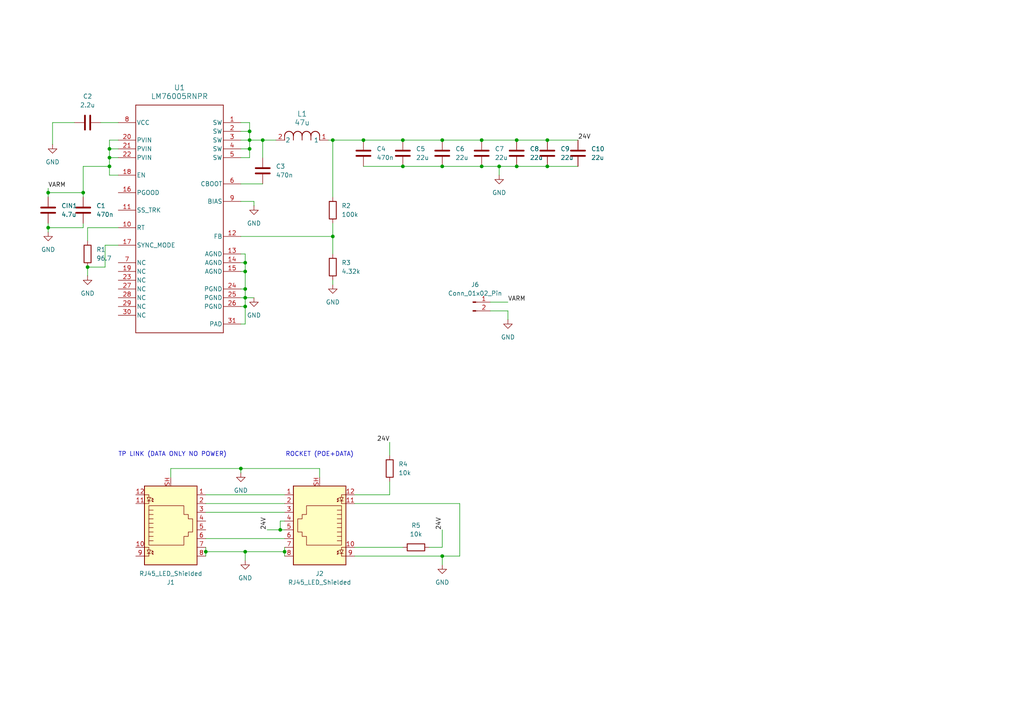
<source format=kicad_sch>
(kicad_sch (version 20231120) (generator "eeschema") (generator_version "8.0")
  (paper "A4")
  (lib_symbols
    (symbol "2024-08-24_21-10-46:LM76005RNPR" (pin_names (offset 0.254))
      (property "Reference" "U" (at 0 2.54 0))
      (property "Value" "LM76005RNPR" (at 0 0 0))
      (symbol "LM76005RNPR_0_1"
        (polyline (pts (xy -12.7 -30.48) (xy 12.7 -30.48)) (stroke (width 0.2032)))
        (polyline (pts (xy -12.7 35.56) (xy -12.7 -30.48)) (stroke (width 0.2032)))
        (polyline (pts (xy 12.7 -30.48) (xy 12.7 35.56)) (stroke (width 0.2032)))
        (polyline (pts (xy 12.7 35.56) (xy -12.7 35.56)) (stroke (width 0.2032)))
        (pin power_in line (at 17.78 30.48 180) (length 5.08) (name "SW") (number "1"))
        (pin input line (at -17.78 0 0) (length 5.08) (name "RT") (number "10"))
        (pin input line (at -17.78 5.08 0) (length 5.08) (name "SS_TRK") (number "11"))
        (pin input line (at 17.78 -2.54 180) (length 5.08) (name "FB") (number "12"))
        (pin power_in line (at 17.78 -7.62 180) (length 5.08) (name "AGND") (number "13"))
        (pin power_in line (at 17.78 -10.16 180) (length 5.08) (name "AGND") (number "14"))
        (pin power_in line (at 17.78 -12.7 180) (length 5.08) (name "AGND") (number "15"))
        (pin open_collector line (at -17.78 10.16 0) (length 5.08) (name "PGOOD") (number "16"))
        (pin input line (at -17.78 -5.08 0) (length 5.08) (name "SYNC_MODE") (number "17"))
        (pin input line (at -17.78 15.24 0) (length 5.08) (name "EN") (number "18"))
        (pin unspecified line (at -17.78 -12.7 0) (length 5.08) (name "NC") (number "19"))
        (pin power_in line (at 17.78 27.94 180) (length 5.08) (name "SW") (number "2"))
        (pin power_in line (at -17.78 25.4 0) (length 5.08) (name "PVIN") (number "20"))
        (pin power_in line (at -17.78 22.86 0) (length 5.08) (name "PVIN") (number "21"))
        (pin power_in line (at -17.78 20.32 0) (length 5.08) (name "PVIN") (number "22"))
        (pin unspecified line (at -17.78 -15.24 0) (length 5.08) (name "NC") (number "23"))
        (pin power_in line (at 17.78 -17.78 180) (length 5.08) (name "PGND") (number "24"))
        (pin power_in line (at 17.78 -20.32 180) (length 5.08) (name "PGND") (number "25"))
        (pin power_in line (at 17.78 -22.86 180) (length 5.08) (name "PGND") (number "26"))
        (pin unspecified line (at -17.78 -17.78 0) (length 5.08) (name "NC") (number "27"))
        (pin unspecified line (at -17.78 -20.32 0) (length 5.08) (name "NC") (number "28"))
        (pin unspecified line (at -17.78 -22.86 0) (length 5.08) (name "NC") (number "29"))
        (pin power_in line (at 17.78 25.4 180) (length 5.08) (name "SW") (number "3"))
        (pin unspecified line (at -17.78 -25.4 0) (length 5.08) (name "NC") (number "30"))
        (pin power_in line (at 17.78 -27.94 180) (length 5.08) (name "PAD") (number "31"))
        (pin power_in line (at 17.78 22.86 180) (length 5.08) (name "SW") (number "4"))
        (pin power_in line (at 17.78 20.32 180) (length 5.08) (name "SW") (number "5"))
        (pin power_in line (at 17.78 12.7 180) (length 5.08) (name "CBOOT") (number "6"))
        (pin unspecified line (at -17.78 -10.16 0) (length 5.08) (name "NC") (number "7"))
        (pin power_in line (at -17.78 30.48 0) (length 5.08) (name "VCC") (number "8"))
        (pin unspecified line (at 17.78 7.62 180) (length 5.08) (name "BIAS") (number "9"))
      )
    )
    (symbol "2024-09-03_22-19-47:IHLP6767DZER470M11" (pin_names (offset 0.254))
      (property "Reference" "L" (at 6.985 5.08 0))
      (property "Value" "IHLP6767DZER470M11" (at 6.985 -2.54 0))
      (symbol "IHLP6767DZER470M11_1_1"
        (polyline (pts (xy 2.54 0) (xy 2.54 1.27)) (stroke (width 0.2032)))
        (polyline (pts (xy 5.08 0) (xy 5.08 1.27)) (stroke (width 0.2032)))
        (polyline (pts (xy 7.62 0) (xy 7.62 1.27)) (stroke (width 0.2032)))
        (polyline (pts (xy 10.16 0) (xy 10.16 1.27)) (stroke (width 0.2032)))
        (polyline (pts (xy 12.7 0) (xy 12.7 1.27)) (stroke (width 0.2032)))
        (arc (start 5.08 1.27) (mid 3.81 2.5344) (end 2.54 1.27) (stroke (width 0.254)))
        (arc (start 7.62 1.27) (mid 6.35 2.5344) (end 5.08 1.27) (stroke (width 0.254)))
        (arc (start 10.16 1.27) (mid 8.89 2.5344) (end 7.62 1.27) (stroke (width 0.254)))
        (arc (start 12.7 1.27) (mid 11.43 2.5344) (end 10.16 1.27) (stroke (width 0.254)))
        (pin unspecified line (at 15.24 0 180) (length 2.54) (name "1") (number "1"))
        (pin unspecified line (at 0 0 0) (length 2.54) (name "2") (number "2"))
      )
      (symbol "IHLP6767DZER470M11_1_2"
        (arc (start -1.27 5.08) (mid -2.5344 3.81) (end -1.27 2.54) (stroke (width 0.254)))
        (arc (start -1.27 7.62) (mid -2.5344 6.35) (end -1.27 5.08) (stroke (width 0.254)))
        (arc (start -1.27 10.16) (mid -2.5344 8.89) (end -1.27 7.62) (stroke (width 0.254)))
        (arc (start -1.27 12.7) (mid -2.5344 11.43) (end -1.27 10.16) (stroke (width 0.254)))
        (polyline (pts (xy 0 2.54) (xy -1.27 2.54)) (stroke (width 0.2032)))
        (polyline (pts (xy 0 5.08) (xy -1.27 5.08)) (stroke (width 0.2032)))
        (polyline (pts (xy 0 7.62) (xy -1.27 7.62)) (stroke (width 0.2032)))
        (polyline (pts (xy 0 10.16) (xy -1.27 10.16)) (stroke (width 0.2032)))
        (polyline (pts (xy 0 12.7) (xy -1.27 12.7)) (stroke (width 0.2032)))
        (pin unspecified line (at 0 15.24 270) (length 2.54) (name "1") (number "1"))
        (pin unspecified line (at 0 0 90) (length 2.54) (name "2") (number "2"))
      )
    )
    (symbol "Connector:Conn_01x02_Pin" (pin_names (offset 1.016) hide)
      (property "Reference" "J" (at 0 2.54 0))
      (property "Value" "Conn_01x02_Pin" (at 0 -5.08 0))
      (symbol "Conn_01x02_Pin_1_1"
        (polyline (pts (xy 1.27 -2.54) (xy 0.8636 -2.54)) (stroke (width 0.1524)))
        (polyline (pts (xy 1.27 0) (xy 0.8636 0)) (stroke (width 0.1524)))
        (rectangle (start 0.8636 -2.413) (end 0 -2.667) (stroke (width 0.1524)) (fill (type outline)))
        (rectangle (start 0.8636 0.127) (end 0 -0.127) (stroke (width 0.1524)) (fill (type outline)))
        (pin passive line (at 5.08 0 180) (length 3.81) (name "Pin_1") (number "1"))
        (pin passive line (at 5.08 -2.54 180) (length 3.81) (name "Pin_2") (number "2"))
      )
    )
    (symbol "Connector:RJ45_LED_Shielded" (pin_names (offset 1.016))
      (property "Reference" "J" (at -5.08 13.97 0))
      (property "Value" "RJ45_LED_Shielded" (at 1.27 13.97 0))
      (symbol "RJ45_LED_Shielded_0_1"
        (polyline (pts (xy -7.62 -7.62) (xy -6.35 -7.62)))
        (polyline (pts (xy -7.62 -5.08) (xy -6.35 -5.08)))
        (polyline (pts (xy -7.62 7.62) (xy -6.35 7.62)))
        (polyline (pts (xy -7.62 10.16) (xy -6.35 10.16)))
        (polyline (pts (xy -6.858 -5.842) (xy -5.842 -5.842)))
        (polyline (pts (xy -6.858 9.398) (xy -5.842 9.398)))
        (polyline (pts (xy -6.35 -7.62) (xy -6.35 -6.858)))
        (polyline (pts (xy -6.35 -5.08) (xy -6.35 -5.842)))
        (polyline (pts (xy -6.35 7.62) (xy -6.35 8.382)))
        (polyline (pts (xy -6.35 10.16) (xy -6.35 9.398)))
        (polyline (pts (xy -5.08 -6.223) (xy -5.207 -6.604)))
        (polyline (pts (xy -5.08 -5.588) (xy -5.207 -5.969)))
        (polyline (pts (xy -5.08 4.445) (xy -6.35 4.445)))
        (polyline (pts (xy -5.08 5.715) (xy -6.35 5.715)))
        (polyline (pts (xy -5.08 9.017) (xy -5.207 8.636)))
        (polyline (pts (xy -5.08 9.652) (xy -5.207 9.271)))
        (polyline (pts (xy -6.35 -3.175) (xy -5.08 -3.175) (xy -5.08 -3.175)))
        (polyline (pts (xy -6.35 -1.905) (xy -5.08 -1.905) (xy -5.08 -1.905)))
        (polyline (pts (xy -6.35 -0.635) (xy -5.08 -0.635) (xy -5.08 -0.635)))
        (polyline (pts (xy -6.35 0.635) (xy -5.08 0.635) (xy -5.08 0.635)))
        (polyline (pts (xy -6.35 1.905) (xy -5.08 1.905) (xy -5.08 1.905)))
        (polyline (pts (xy -5.588 -6.731) (xy -5.08 -6.223) (xy -5.461 -6.35)))
        (polyline (pts (xy -5.588 -6.096) (xy -5.08 -5.588) (xy -5.461 -5.715)))
        (polyline (pts (xy -5.588 8.509) (xy -5.08 9.017) (xy -5.461 8.89)))
        (polyline (pts (xy -5.588 9.144) (xy -5.08 9.652) (xy -5.461 9.525)))
        (polyline (pts (xy -5.08 3.175) (xy -6.35 3.175) (xy -6.35 3.175)))
        (polyline (pts (xy -6.35 -5.842) (xy -6.858 -6.858) (xy -5.842 -6.858) (xy -6.35 -5.842)))
        (polyline (pts (xy -6.35 9.398) (xy -6.858 8.382) (xy -5.842 8.382) (xy -6.35 9.398)))
        (polyline (pts (xy -6.35 -4.445) (xy -6.35 6.985) (xy 3.81 6.985) (xy 3.81 4.445) (xy 5.08 4.445) (xy 5.08 3.175) (xy 6.35 3.175) (xy 6.35 -0.635) (xy 5.08 -0.635) (xy 5.08 -1.905) (xy 3.81 -1.905) (xy 3.81 -4.445) (xy -6.35 -4.445) (xy -6.35 -4.445)))
        (rectangle (start 7.62 12.7) (end -7.62 -10.16) (stroke (width 0.254)) (fill (type background)))
      )
      (symbol "RJ45_LED_Shielded_1_1"
        (pin passive line (at 10.16 -7.62 180) (length 2.54) (name "~") (number "1"))
        (pin passive line (at -10.16 7.62 0) (length 2.54) (name "~") (number "10"))
        (pin passive line (at -10.16 -5.08 0) (length 2.54) (name "~") (number "11"))
        (pin passive line (at -10.16 -7.62 0) (length 2.54) (name "~") (number "12"))
        (pin passive line (at 10.16 -5.08 180) (length 2.54) (name "~") (number "2"))
        (pin passive line (at 10.16 -2.54 180) (length 2.54) (name "~") (number "3"))
        (pin passive line (at 10.16 0 180) (length 2.54) (name "~") (number "4"))
        (pin passive line (at 10.16 2.54 180) (length 2.54) (name "~") (number "5"))
        (pin passive line (at 10.16 5.08 180) (length 2.54) (name "~") (number "6"))
        (pin passive line (at 10.16 7.62 180) (length 2.54) (name "~") (number "7"))
        (pin passive line (at 10.16 10.16 180) (length 2.54) (name "~") (number "8"))
        (pin passive line (at -10.16 10.16 0) (length 2.54) (name "~") (number "9"))
        (pin passive line (at 0 -12.7 90) (length 2.54) (name "~") (number "SH"))
      )
    )
    (symbol "Device:C" (pin_numbers hide) (pin_names (offset 0.254))
      (property "Reference" "C" (at 0.635 2.54 0))
      (property "Value" "C" (at 0.635 -2.54 0))
      (symbol "C_0_1"
        (polyline (pts (xy -2.032 -0.762) (xy 2.032 -0.762)) (stroke (width 0.508)))
        (polyline (pts (xy -2.032 0.762) (xy 2.032 0.762)) (stroke (width 0.508)))
      )
      (symbol "C_1_1"
        (pin passive line (at 0 3.81 270) (length 2.794) (name "~") (number "1"))
        (pin passive line (at 0 -3.81 90) (length 2.794) (name "~") (number "2"))
      )
    )
    (symbol "Device:R" (pin_numbers hide) (pin_names (offset 0))
      (property "Reference" "R" (at 2.032 0 90))
      (property "Value" "R" (at 0 0 90))
      (symbol "R_0_1"
        (rectangle (start -1.016 -2.54) (end 1.016 2.54) (stroke (width 0.254)))
      )
      (symbol "R_1_1"
        (pin passive line (at 0 3.81 270) (length 1.27) (name "~") (number "1"))
        (pin passive line (at 0 -3.81 90) (length 1.27) (name "~") (number "2"))
      )
    )
    (symbol "power:GND" (power) (pin_numbers hide) (pin_names (offset 0) hide)
      (property "Value" "GND" (at 0 -3.81 0))
      (symbol "GND_0_1"
        (polyline (pts (xy 0 0) (xy 0 -1.27) (xy 1.27 -1.27) (xy 0 -2.54) (xy -1.27 -1.27) (xy 0 -1.27)))
      )
      (symbol "GND_1_1"
        (pin power_in line (at 0 0 270) (length 0) (name "~") (number "1"))
      )
    )
  )
  (junction (at 116.84 48.26))
  (junction (at 69.85 135.89))
  (junction (at 144.78 48.26))
  (junction (at 71.12 78.74))
  (junction (at 71.12 83.82))
  (junction (at 72.39 38.1))
  (junction (at 96.52 68.58))
  (junction (at 158.75 40.64))
  (junction (at 105.41 40.64))
  (junction (at 149.86 40.64))
  (junction (at 139.7 40.64))
  (junction (at 76.2 40.64))
  (junction (at 72.39 43.18))
  (junction (at 59.69 160.02))
  (junction (at 13.97 55.88))
  (junction (at 128.27 48.26))
  (junction (at 139.7 48.26))
  (junction (at 81.28 153.67))
  (junction (at 82.55 160.02))
  (junction (at 24.13 55.88))
  (junction (at 31.75 45.72))
  (junction (at 31.75 43.18))
  (junction (at 149.86 48.26))
  (junction (at 72.39 40.64))
  (junction (at 116.84 40.64))
  (junction (at 96.52 40.64))
  (junction (at 31.75 48.26))
  (junction (at 25.4 77.47))
  (junction (at 71.12 76.2))
  (junction (at 71.12 160.02))
  (junction (at 158.75 48.26))
  (junction (at 128.27 161.29))
  (junction (at 128.27 40.64))
  (junction (at 71.12 88.9))
  (junction (at 71.12 86.36))
  (junction (at 13.97 66.04))
  (wire (pts (xy 139.7 40.64) (xy 149.86 40.64)))
  (wire (pts (xy 24.13 66.04) (xy 24.13 64.77)))
  (wire (pts (xy 34.29 50.8) (xy 31.75 50.8)))
  (wire (pts (xy 59.69 148.59) (xy 82.55 148.59)))
  (wire (pts (xy 81.28 153.67) (xy 81.28 151.13)))
  (wire (pts (xy 69.85 53.34) (xy 76.2 53.34)))
  (wire (pts (xy 25.4 77.47) (xy 30.48 77.47)))
  (wire (pts (xy 13.97 64.77) (xy 13.97 66.04)))
  (wire (pts (xy 13.97 66.04) (xy 24.13 66.04)))
  (wire (pts (xy 15.24 35.56) (xy 15.24 41.91)))
  (wire (pts (xy 71.12 86.36) (xy 73.66 86.36)))
  (wire (pts (xy 30.48 77.47) (xy 30.48 71.12)))
  (wire (pts (xy 69.85 58.42) (xy 73.66 58.42)))
  (wire (pts (xy 34.29 35.56) (xy 29.21 35.56)))
  (wire (pts (xy 13.97 66.04) (xy 13.97 67.31)))
  (wire (pts (xy 71.12 86.36) (xy 71.12 88.9)))
  (wire (pts (xy 77.47 153.67) (xy 81.28 153.67)))
  (wire (pts (xy 59.69 143.51) (xy 82.55 143.51)))
  (wire (pts (xy 72.39 40.64) (xy 72.39 43.18)))
  (wire (pts (xy 128.27 48.26) (xy 139.7 48.26)))
  (wire (pts (xy 144.78 48.26) (xy 149.86 48.26)))
  (wire (pts (xy 102.87 146.05) (xy 133.35 146.05)))
  (wire (pts (xy 59.69 160.02) (xy 71.12 160.02)))
  (wire (pts (xy 69.85 83.82) (xy 71.12 83.82)))
  (wire (pts (xy 96.52 40.64) (xy 105.41 40.64)))
  (wire (pts (xy 149.86 40.64) (xy 158.75 40.64)))
  (wire (pts (xy 59.69 146.05) (xy 82.55 146.05)))
  (wire (pts (xy 124.46 158.75) (xy 128.27 158.75)))
  (wire (pts (xy 69.85 68.58) (xy 96.52 68.58)))
  (wire (pts (xy 59.69 156.21) (xy 82.55 156.21)))
  (wire (pts (xy 13.97 55.88) (xy 24.13 55.88)))
  (wire (pts (xy 128.27 161.29) (xy 128.27 163.83)))
  (wire (pts (xy 102.87 158.75) (xy 116.84 158.75)))
  (wire (pts (xy 69.85 78.74) (xy 71.12 78.74)))
  (wire (pts (xy 76.2 40.64) (xy 80.01 40.64)))
  (wire (pts (xy 96.52 68.58) (xy 96.52 64.77)))
  (wire (pts (xy 92.71 138.43) (xy 92.71 135.89)))
  (wire (pts (xy 71.12 76.2) (xy 71.12 78.74)))
  (wire (pts (xy 31.75 45.72) (xy 34.29 45.72)))
  (wire (pts (xy 133.35 146.05) (xy 133.35 161.29)))
  (wire (pts (xy 81.28 153.67) (xy 82.55 153.67)))
  (wire (pts (xy 13.97 54.61) (xy 13.97 55.88)))
  (wire (pts (xy 82.55 160.02) (xy 82.55 161.29)))
  (wire (pts (xy 128.27 40.64) (xy 139.7 40.64)))
  (wire (pts (xy 71.12 76.2) (xy 69.85 76.2)))
  (wire (pts (xy 69.85 43.18) (xy 72.39 43.18)))
  (wire (pts (xy 105.41 48.26) (xy 116.84 48.26)))
  (wire (pts (xy 142.24 87.63) (xy 147.32 87.63)))
  (wire (pts (xy 69.85 45.72) (xy 72.39 45.72)))
  (wire (pts (xy 71.12 88.9) (xy 71.12 93.98)))
  (wire (pts (xy 31.75 48.26) (xy 31.75 45.72)))
  (wire (pts (xy 76.2 40.64) (xy 76.2 45.72)))
  (wire (pts (xy 72.39 40.64) (xy 76.2 40.64)))
  (wire (pts (xy 31.75 48.26) (xy 24.13 48.26)))
  (wire (pts (xy 69.85 86.36) (xy 71.12 86.36)))
  (wire (pts (xy 69.85 93.98) (xy 71.12 93.98)))
  (wire (pts (xy 31.75 40.64) (xy 34.29 40.64)))
  (wire (pts (xy 158.75 48.26) (xy 167.64 48.26)))
  (wire (pts (xy 21.59 35.56) (xy 15.24 35.56)))
  (wire (pts (xy 72.39 43.18) (xy 72.39 45.72)))
  (wire (pts (xy 69.85 135.89) (xy 69.85 137.16)))
  (wire (pts (xy 73.66 58.42) (xy 73.66 59.69)))
  (wire (pts (xy 72.39 35.56) (xy 72.39 38.1)))
  (wire (pts (xy 81.28 151.13) (xy 82.55 151.13)))
  (wire (pts (xy 31.75 43.18) (xy 31.75 40.64)))
  (wire (pts (xy 113.03 143.51) (xy 113.03 139.7)))
  (wire (pts (xy 149.86 48.26) (xy 158.75 48.26)))
  (wire (pts (xy 144.78 48.26) (xy 144.78 50.8)))
  (wire (pts (xy 71.12 83.82) (xy 71.12 86.36)))
  (wire (pts (xy 24.13 55.88) (xy 24.13 57.15)))
  (wire (pts (xy 128.27 158.75) (xy 128.27 153.67)))
  (wire (pts (xy 142.24 90.17) (xy 147.32 90.17)))
  (wire (pts (xy 71.12 160.02) (xy 82.55 160.02)))
  (wire (pts (xy 71.12 78.74) (xy 71.12 83.82)))
  (wire (pts (xy 13.97 55.88) (xy 13.97 57.15)))
  (wire (pts (xy 105.41 40.64) (xy 116.84 40.64)))
  (wire (pts (xy 128.27 161.29) (xy 102.87 161.29)))
  (wire (pts (xy 71.12 73.66) (xy 71.12 76.2)))
  (wire (pts (xy 24.13 48.26) (xy 24.13 55.88)))
  (wire (pts (xy 31.75 43.18) (xy 34.29 43.18)))
  (wire (pts (xy 96.52 82.55) (xy 96.52 81.28)))
  (wire (pts (xy 133.35 161.29) (xy 128.27 161.29)))
  (wire (pts (xy 31.75 50.8) (xy 31.75 48.26)))
  (wire (pts (xy 147.32 90.17) (xy 147.32 92.71)))
  (wire (pts (xy 113.03 132.08) (xy 113.03 128.27)))
  (wire (pts (xy 95.25 40.64) (xy 96.52 40.64)))
  (wire (pts (xy 139.7 48.26) (xy 144.78 48.26)))
  (wire (pts (xy 69.85 73.66) (xy 71.12 73.66)))
  (wire (pts (xy 96.52 73.66) (xy 96.52 68.58)))
  (wire (pts (xy 72.39 38.1) (xy 72.39 40.64)))
  (wire (pts (xy 69.85 40.64) (xy 72.39 40.64)))
  (wire (pts (xy 71.12 160.02) (xy 71.12 162.56)))
  (wire (pts (xy 34.29 66.04) (xy 25.4 66.04)))
  (wire (pts (xy 30.48 71.12) (xy 34.29 71.12)))
  (wire (pts (xy 25.4 77.47) (xy 25.4 80.01)))
  (wire (pts (xy 96.52 57.15) (xy 96.52 40.64)))
  (wire (pts (xy 69.85 38.1) (xy 72.39 38.1)))
  (wire (pts (xy 82.55 158.75) (xy 82.55 160.02)))
  (wire (pts (xy 116.84 48.26) (xy 128.27 48.26)))
  (wire (pts (xy 71.12 88.9) (xy 69.85 88.9)))
  (wire (pts (xy 69.85 35.56) (xy 72.39 35.56)))
  (wire (pts (xy 158.75 40.64) (xy 167.64 40.64)))
  (wire (pts (xy 59.69 158.75) (xy 59.69 160.02)))
  (wire (pts (xy 69.85 135.89) (xy 49.53 135.89)))
  (wire (pts (xy 49.53 135.89) (xy 49.53 138.43)))
  (wire (pts (xy 102.87 143.51) (xy 113.03 143.51)))
  (wire (pts (xy 59.69 160.02) (xy 59.69 161.29)))
  (wire (pts (xy 25.4 66.04) (xy 25.4 69.85)))
  (wire (pts (xy 116.84 40.64) (xy 128.27 40.64)))
  (wire (pts (xy 31.75 45.72) (xy 31.75 43.18)))
  (wire (pts (xy 92.71 135.89) (xy 69.85 135.89)))
  (text "ROCKET (POE+DATA)" (at 92.71 131.826 0) (effects (font (size 1.27 1.27))))
  (text "TP LINK (DATA ONLY NO POWER)" (at 50.038 131.826 0) (effects (font (size 1.27 1.27))))
  (label "24V" (at 77.47 153.67 90))
  (label "24V" (at 167.64 40.64 0))
  (label "VARM" (at 13.97 54.61 0))
  (label "24V" (at 128.27 153.67 90))
  (label "VARM" (at 147.32 87.63 0))
  (label "24V" (at 113.03 128.27 180))
  (symbol (lib_id "power:GND") (at 13.97 67.31 0) (unit 1)
    (property "Reference" "#PWR03" (effects (hide yes)))
    (property "Value" "GND" (at 13.97 72.39 0))
    (property "Description" "Power symbol creates a global label with name \"GND\" , ground" (effects (hide yes)))
  )
  (symbol (lib_id "power:GND") (at 73.66 86.36 0) (unit 1)
    (property "Reference" "#PWR05" (effects (hide yes)))
    (property "Value" "GND" (at 73.66 91.44 0))
    (property "Description" "Power symbol creates a global label with name \"GND\" , ground" (effects (hide yes)))
  )
  (symbol (lib_id "power:GND") (at 73.66 59.69 0) (unit 1)
    (property "Reference" "#PWR08" (effects (hide yes)))
    (property "Value" "GND" (at 73.66 64.77 0))
    (property "Description" "Power symbol creates a global label with name \"GND\" , ground" (effects (hide yes)))
  )
  (symbol (lib_id "power:GND") (at 144.78 50.8 0) (unit 1)
    (property "Reference" "#PWR07" (effects (hide yes)))
    (property "Value" "GND" (at 144.78 55.88 0))
    (property "Description" "Power symbol creates a global label with name \"GND\" , ground" (effects (hide yes)))
  )
  (symbol (lib_id "Device:C") (at 128.27 44.45 180) (unit 1)
    (property "Reference" "C6" (at 132.08 43.1799 0) (effects (justify right)))
    (property "Value" "22u" (at 132.08 45.7199 0) (effects (justify right)))
    (property "Footprint" "Capacitor_SMD:C_0805_2012Metric_Pad1.18x1.45mm_HandSolder" (effects (hide yes)))
    (property "Description" "Unpolarized capacitor" (effects (hide yes)))
  )
  (symbol (lib_id "power:GND") (at 25.4 80.01 0) (unit 1)
    (property "Reference" "#PWR04" (effects (hide yes)))
    (property "Value" "GND" (at 25.4 85.09 0))
    (property "Description" "Power symbol creates a global label with name \"GND\" , ground" (effects (hide yes)))
  )
  (symbol (lib_id "power:GND") (at 128.27 163.83 0) (unit 1)
    (property "Reference" "#PWR010" (effects (hide yes)))
    (property "Value" "GND" (at 128.27 168.91 0))
    (property "Description" "Power symbol creates a global label with name \"GND\" , ground" (effects (hide yes)))
  )
  (symbol (lib_id "Device:C") (at 105.41 44.45 180) (unit 1)
    (property "Reference" "C4" (at 109.22 43.1799 0) (effects (justify right)))
    (property "Value" "470n" (at 109.22 45.7199 0) (effects (justify right)))
    (property "Footprint" "Capacitor_SMD:C_0603_1608Metric" (effects (hide yes)))
    (property "Description" "Unpolarized capacitor" (effects (hide yes)))
  )
  (symbol (lib_id "Device:C") (at 25.4 35.56 90) (unit 1)
    (property "Reference" "C2" (at 25.4 27.94 90))
    (property "Value" "2.2u" (at 25.4 30.48 90))
    (property "Footprint" "Capacitor_SMD:C_0603_1608Metric_Pad1.08x0.95mm_HandSolder" (effects (hide yes)))
    (property "Description" "Unpolarized capacitor" (effects (hide yes)))
  )
  (symbol (lib_id "Device:C") (at 149.86 44.45 180) (unit 1)
    (property "Reference" "C8" (at 153.67 43.1799 0) (effects (justify right)))
    (property "Value" "22u" (at 153.67 45.7199 0) (effects (justify right)))
    (property "Footprint" "Capacitor_SMD:C_0805_2012Metric_Pad1.18x1.45mm_HandSolder" (effects (hide yes)))
    (property "Description" "Unpolarized capacitor" (effects (hide yes)))
  )
  (symbol (lib_id "Connector:RJ45_LED_Shielded") (at 49.53 151.13 0) (mirror x) (unit 1)
    (property "Reference" "J1" (at 49.53 168.91 0))
    (property "Value" "RJ45_LED_Shielded" (at 49.53 166.37 0))
    (property "Footprint" "Connector_RJ:RJ45_Connfly_DS1128-09-S8xx-S_Horizontal" (effects (hide yes)))
    (property "Description" "RJ connector, 8P8C (8 positions 8 connected), two LEDs, Shielded" (effects (hide yes)))
  )
  (symbol (lib_id "power:GND") (at 71.12 162.56 0) (unit 1)
    (property "Reference" "#PWR09" (effects (hide yes)))
    (property "Value" "GND" (at 71.12 167.64 0))
    (property "Description" "Power symbol creates a global label with name \"GND\" , ground" (effects (hide yes)))
  )
  (symbol (lib_id "Device:C") (at 24.13 60.96 0) (unit 1)
    (property "Reference" "C1" (at 27.94 59.6899 0) (effects (justify left)))
    (property "Value" "470n" (at 27.94 62.2299 0) (effects (justify left)))
    (property "Footprint" "Capacitor_SMD:C_0805_2012Metric_Pad1.18x1.45mm_HandSolder" (effects (hide yes)))
    (property "Description" "Unpolarized capacitor" (effects (hide yes)))
  )
  (symbol (lib_id "Device:R") (at 113.03 135.89 0) (unit 1)
    (property "Reference" "R4" (at 115.57 134.6199 0) (effects (justify left)))
    (property "Value" "10k" (at 115.57 137.1599 0) (effects (justify left)))
    (property "Footprint" "Resistor_SMD:R_0603_1608Metric_Pad0.98x0.95mm_HandSolder" (effects (hide yes)))
    (property "Description" "Resistor" (effects (hide yes)))
  )
  (symbol (lib_id "power:GND") (at 69.85 137.16 0) (unit 1)
    (property "Reference" "#PWR014" (effects (hide yes)))
    (property "Value" "GND" (at 69.85 142.24 0))
    (property "Description" "Power symbol creates a global label with name \"GND\" , ground" (effects (hide yes)))
  )
  (symbol (lib_id "Connector:Conn_01x02_Pin") (at 137.16 87.63 0) (unit 1)
    (property "Reference" "J6" (at 137.795 82.55 0))
    (property "Value" "Conn_01x02_Pin" (at 137.795 85.09 0))
    (property "Footprint" "SJSU_common:Pluggable_Terminal_2.54mm_2P_Horizontal" (effects (hide yes)))
    (property "Description" "Generic connector, single row, 01x02, script generated" (effects (hide yes)))
  )
  (symbol (lib_id "Device:R") (at 120.65 158.75 90) (unit 1)
    (property "Reference" "R5" (at 120.65 152.4 90))
    (property "Value" "10k" (at 120.65 154.94 90))
    (property "Footprint" "Resistor_SMD:R_0603_1608Metric_Pad0.98x0.95mm_HandSolder" (effects (hide yes)))
    (property "Description" "Resistor" (effects (hide yes)))
  )
  (symbol (lib_id "2024-08-24_21-10-46:LM76005RNPR") (at 52.07 66.04 0) (unit 1)
    (property "Reference" "U1" (at 52.07 25.4 0) (effects (font (size 1.524 1.524))))
    (property "Value" "LM76005RNPR" (at 52.07 27.94 0) (effects (font (size 1.524 1.524))))
    (property "Footprint" "RNP0030A" (effects (hide yes)))
    (property "Datasheet" "LM76005RNPR" (effects (hide yes)))
  )
  (symbol (lib_id "Connector:RJ45_LED_Shielded") (at 92.71 151.13 180) (unit 1)
    (property "Reference" "J2" (at 92.71 166.37 0))
    (property "Value" "RJ45_LED_Shielded" (at 92.71 168.91 0))
    (property "Footprint" "Connector_RJ:RJ45_Connfly_DS1128-09-S8xx-S_Horizontal" (effects (hide yes)))
    (property "Description" "RJ connector, 8P8C (8 positions 8 connected), two LEDs, Shielded" (effects (hide yes)))
  )
  (symbol (lib_id "Device:C") (at 116.84 44.45 180) (unit 1)
    (property "Reference" "C5" (at 120.65 43.1799 0) (effects (justify right)))
    (property "Value" "22u" (at 120.65 45.7199 0) (effects (justify right)))
    (property "Footprint" "Capacitor_SMD:C_0805_2012Metric_Pad1.18x1.45mm_HandSolder" (effects (hide yes)))
    (property "Description" "Unpolarized capacitor" (effects (hide yes)))
  )
  (symbol (lib_id "Device:C") (at 13.97 60.96 0) (unit 1)
    (property "Reference" "CIN1" (at 17.78 59.6899 0) (effects (justify left)))
    (property "Value" "4.7u" (at 17.78 62.2299 0) (effects (justify left)))
    (property "Footprint" "Capacitor_SMD:C_1210_3225Metric_Pad1.33x2.70mm_HandSolder" (effects (hide yes)))
    (property "Description" "Unpolarized capacitor" (effects (hide yes)))
  )
  (symbol (lib_id "Device:R") (at 96.52 77.47 0) (unit 1)
    (property "Reference" "R3" (at 99.06 76.1999 0) (effects (justify left)))
    (property "Value" "4.32k" (at 99.06 78.7399 0) (effects (justify left)))
    (property "Footprint" "Capacitor_SMD:C_0603_1608Metric_Pad1.08x0.95mm_HandSolder" (effects (hide yes)))
    (property "Description" "Resistor" (effects (hide yes)))
  )
  (symbol (lib_id "Device:C") (at 167.64 44.45 180) (unit 1)
    (property "Reference" "C10" (at 171.45 43.1799 0) (effects (justify right)))
    (property "Value" "22u" (at 171.45 45.7199 0) (effects (justify right)))
    (property "Footprint" "Capacitor_SMD:C_0805_2012Metric_Pad1.18x1.45mm_HandSolder" (effects (hide yes)))
    (property "Description" "Unpolarized capacitor" (effects (hide yes)))
  )
  (symbol (lib_id "Device:R") (at 96.52 60.96 0) (unit 1)
    (property "Reference" "R2" (at 99.06 59.6899 0) (effects (justify left)))
    (property "Value" "100k" (at 99.06 62.2299 0) (effects (justify left)))
    (property "Footprint" "Resistor_SMD:R_0603_1608Metric_Pad0.98x0.95mm_HandSolder" (effects (hide yes)))
    (property "Description" "Resistor" (effects (hide yes)))
  )
  (symbol (lib_id "power:GND") (at 147.32 92.71 0) (unit 1)
    (property "Reference" "#PWR013" (effects (hide yes)))
    (property "Value" "GND" (at 147.32 97.79 0))
    (property "Description" "Power symbol creates a global label with name \"GND\" , ground" (effects (hide yes)))
  )
  (symbol (lib_id "Device:C") (at 76.2 49.53 180) (unit 1)
    (property "Reference" "C3" (at 80.01 48.2599 0) (effects (justify right)))
    (property "Value" "470n" (at 80.01 50.7999 0) (effects (justify right)))
    (property "Footprint" "Capacitor_SMD:C_0603_1608Metric_Pad1.08x0.95mm_HandSolder" (effects (hide yes)))
    (property "Description" "Unpolarized capacitor" (effects (hide yes)))
  )
  (symbol (lib_id "Device:R") (at 25.4 73.66 0) (unit 1)
    (property "Reference" "R1" (at 27.94 72.3899 0) (effects (justify left)))
    (property "Value" "96.7" (at 27.94 74.9299 0) (effects (justify left)))
    (property "Footprint" "Resistor_SMD:R_0603_1608Metric_Pad0.98x0.95mm_HandSolder" (effects (hide yes)))
    (property "Description" "Resistor" (effects (hide yes)))
  )
  (symbol (lib_id "power:GND") (at 15.24 41.91 0) (unit 1)
    (property "Reference" "#PWR01" (effects (hide yes)))
    (property "Value" "GND" (at 15.24 46.99 0))
    (property "Description" "Power symbol creates a global label with name \"GND\" , ground" (effects (hide yes)))
  )
  (symbol (lib_id "2024-09-03_22-19-47:IHLP6767DZER470M11") (at 80.01 40.64 0) (unit 1)
    (property "Reference" "L1" (at 87.63 33.02 0) (effects (font (size 1.524 1.524))))
    (property "Value" "47u" (at 87.63 35.56 0) (effects (font (size 1.524 1.524))))
    (property "Footprint" "IND_IHLP-6767DZ_VIS" (effects (hide yes)))
    (property "Datasheet" "IHLP6767DZER470M11" (effects (hide yes)))
  )
  (symbol (lib_id "power:GND") (at 96.52 82.55 0) (unit 1)
    (property "Reference" "#PWR06" (effects (hide yes)))
    (property "Value" "GND" (at 96.52 87.63 0))
    (property "Description" "Power symbol creates a global label with name \"GND\" , ground" (effects (hide yes)))
  )
  (symbol (lib_id "Device:C") (at 158.75 44.45 180) (unit 1)
    (property "Reference" "C9" (at 162.56 43.1799 0) (effects (justify right)))
    (property "Value" "22u" (at 162.56 45.7199 0) (effects (justify right)))
    (property "Footprint" "Capacitor_SMD:C_0805_2012Metric_Pad1.18x1.45mm_HandSolder" (effects (hide yes)))
    (property "Description" "Unpolarized capacitor" (effects (hide yes)))
  )
  (symbol (lib_id "Device:C") (at 139.7 44.45 180) (unit 1)
    (property "Reference" "C7" (at 143.51 43.1799 0) (effects (justify right)))
    (property "Value" "22u" (at 143.51 45.7199 0) (effects (justify right)))
    (property "Footprint" "Capacitor_SMD:C_0805_2012Metric_Pad1.18x1.45mm_HandSolder" (effects (hide yes)))
    (property "Description" "Unpolarized capacitor" (effects (hide yes)))
  )
)
</source>
